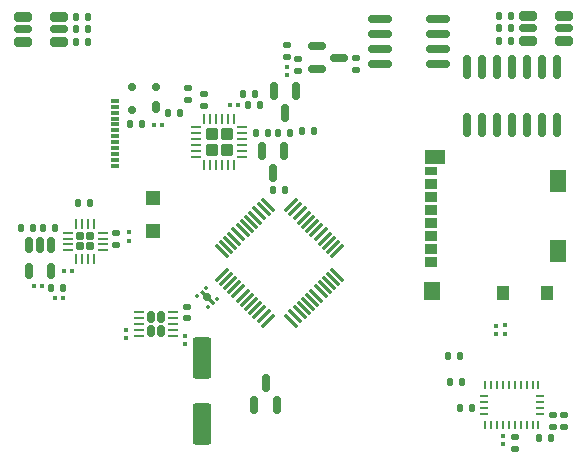
<source format=gbr>
%TF.GenerationSoftware,KiCad,Pcbnew,8.0.4*%
%TF.CreationDate,2024-11-08T09:04:54-08:00*%
%TF.ProjectId,Vanguard_new,56616e67-7561-4726-945f-6e65772e6b69,rev?*%
%TF.SameCoordinates,Original*%
%TF.FileFunction,Paste,Top*%
%TF.FilePolarity,Positive*%
%FSLAX46Y46*%
G04 Gerber Fmt 4.6, Leading zero omitted, Abs format (unit mm)*
G04 Created by KiCad (PCBNEW 8.0.4) date 2024-11-08 09:04:54*
%MOMM*%
%LPD*%
G01*
G04 APERTURE LIST*
G04 Aperture macros list*
%AMRoundRect*
0 Rectangle with rounded corners*
0 $1 Rounding radius*
0 $2 $3 $4 $5 $6 $7 $8 $9 X,Y pos of 4 corners*
0 Add a 4 corners polygon primitive as box body*
4,1,4,$2,$3,$4,$5,$6,$7,$8,$9,$2,$3,0*
0 Add four circle primitives for the rounded corners*
1,1,$1+$1,$2,$3*
1,1,$1+$1,$4,$5*
1,1,$1+$1,$6,$7*
1,1,$1+$1,$8,$9*
0 Add four rect primitives between the rounded corners*
20,1,$1+$1,$2,$3,$4,$5,0*
20,1,$1+$1,$4,$5,$6,$7,0*
20,1,$1+$1,$6,$7,$8,$9,0*
20,1,$1+$1,$8,$9,$2,$3,0*%
%AMFreePoly0*
4,1,13,0.320000,0.125000,0.700000,0.125000,0.700000,-0.125000,0.320000,-0.125000,0.200000,-0.350000,-0.200000,-0.350000,-0.320000,-0.125000,-0.850000,-0.125000,-0.850000,0.125000,-0.320000,0.125000,-0.200000,0.350000,0.200000,0.350000,0.320000,0.125000,0.320000,0.125000,$1*%
G04 Aperture macros list end*
%ADD10RoundRect,0.079500X0.100500X-0.079500X0.100500X0.079500X-0.100500X0.079500X-0.100500X-0.079500X0*%
%ADD11R,0.700000X0.300000*%
%ADD12RoundRect,0.135000X-0.185000X0.135000X-0.185000X-0.135000X0.185000X-0.135000X0.185000X0.135000X0*%
%ADD13RoundRect,0.150000X-0.825000X-0.150000X0.825000X-0.150000X0.825000X0.150000X-0.825000X0.150000X0*%
%ADD14RoundRect,0.135000X0.135000X0.185000X-0.135000X0.185000X-0.135000X-0.185000X0.135000X-0.185000X0*%
%ADD15RoundRect,0.079500X-0.079500X-0.100500X0.079500X-0.100500X0.079500X0.100500X-0.079500X0.100500X0*%
%ADD16RoundRect,0.135000X0.185000X-0.135000X0.185000X0.135000X-0.185000X0.135000X-0.185000X-0.135000X0*%
%ADD17RoundRect,0.135000X-0.135000X-0.185000X0.135000X-0.185000X0.135000X0.185000X-0.135000X0.185000X0*%
%ADD18RoundRect,0.075000X-0.415425X-0.521491X0.521491X0.415425X0.415425X0.521491X-0.521491X-0.415425X0*%
%ADD19RoundRect,0.075000X0.415425X-0.521491X0.521491X-0.415425X-0.415425X0.521491X-0.521491X0.415425X0*%
%ADD20RoundRect,0.175000X0.175000X0.325000X-0.175000X0.325000X-0.175000X-0.325000X0.175000X-0.325000X0*%
%ADD21RoundRect,0.150000X0.200000X0.150000X-0.200000X0.150000X-0.200000X-0.150000X0.200000X-0.150000X0*%
%ADD22RoundRect,0.160000X-0.565000X-0.240000X0.565000X-0.240000X0.565000X0.240000X-0.565000X0.240000X0*%
%ADD23RoundRect,0.120000X-0.605000X-0.180000X0.605000X-0.180000X0.605000X0.180000X-0.605000X0.180000X0*%
%ADD24RoundRect,0.062500X0.123744X-0.035355X-0.035355X0.123744X-0.123744X0.035355X0.035355X-0.123744X0*%
%ADD25FreePoly0,135.000000*%
%ADD26R,0.254000X0.675000*%
%ADD27R,0.675000X0.254000*%
%ADD28RoundRect,0.150000X-0.150000X0.587500X-0.150000X-0.587500X0.150000X-0.587500X0.150000X0.587500X0*%
%ADD29R,1.100000X0.850000*%
%ADD30R,1.100000X0.750000*%
%ADD31R,1.000000X1.200000*%
%ADD32R,1.350000X1.550000*%
%ADD33R,1.350000X1.900000*%
%ADD34R,1.800000X1.170000*%
%ADD35RoundRect,0.079500X-0.100500X0.079500X-0.100500X-0.079500X0.100500X-0.079500X0.100500X0.079500X0*%
%ADD36RoundRect,0.172500X-0.172500X0.172500X-0.172500X-0.172500X0.172500X-0.172500X0.172500X0.172500X0*%
%ADD37RoundRect,0.062500X-0.062500X0.350000X-0.062500X-0.350000X0.062500X-0.350000X0.062500X0.350000X0*%
%ADD38RoundRect,0.062500X-0.350000X0.062500X-0.350000X-0.062500X0.350000X-0.062500X0.350000X0.062500X0*%
%ADD39RoundRect,0.150000X-0.150000X0.512500X-0.150000X-0.512500X0.150000X-0.512500X0.150000X0.512500X0*%
%ADD40RoundRect,0.150000X-0.150000X0.825000X-0.150000X-0.825000X0.150000X-0.825000X0.150000X0.825000X0*%
%ADD41RoundRect,0.147500X-0.172500X0.147500X-0.172500X-0.147500X0.172500X-0.147500X0.172500X0.147500X0*%
%ADD42RoundRect,0.150000X-0.587500X-0.150000X0.587500X-0.150000X0.587500X0.150000X-0.587500X0.150000X0*%
%ADD43R,1.200000X1.200000*%
%ADD44RoundRect,0.150000X0.150000X-0.587500X0.150000X0.587500X-0.150000X0.587500X-0.150000X-0.587500X0*%
%ADD45RoundRect,0.160000X0.565000X0.240000X-0.565000X0.240000X-0.565000X-0.240000X0.565000X-0.240000X0*%
%ADD46RoundRect,0.120000X0.605000X0.180000X-0.605000X0.180000X-0.605000X-0.180000X0.605000X-0.180000X0*%
%ADD47RoundRect,0.167500X0.167500X0.312500X-0.167500X0.312500X-0.167500X-0.312500X0.167500X-0.312500X0*%
%ADD48RoundRect,0.062500X0.362500X0.062500X-0.362500X0.062500X-0.362500X-0.062500X0.362500X-0.062500X0*%
%ADD49RoundRect,0.250000X0.275000X-0.275000X0.275000X0.275000X-0.275000X0.275000X-0.275000X-0.275000X0*%
%ADD50RoundRect,0.062500X0.062500X-0.350000X0.062500X0.350000X-0.062500X0.350000X-0.062500X-0.350000X0*%
%ADD51RoundRect,0.062500X0.350000X-0.062500X0.350000X0.062500X-0.350000X0.062500X-0.350000X-0.062500X0*%
%ADD52RoundRect,0.079500X0.079500X0.100500X-0.079500X0.100500X-0.079500X-0.100500X0.079500X-0.100500X0*%
%ADD53RoundRect,0.250000X-0.550000X1.500000X-0.550000X-1.500000X0.550000X-1.500000X0.550000X1.500000X0*%
G04 APERTURE END LIST*
D10*
%TO.C,D3*%
X166790000Y-99962500D03*
X166790000Y-99272500D03*
%TD*%
D11*
%TO.C,J1*%
X152250000Y-102167500D03*
X152250000Y-102667500D03*
X152250000Y-103167500D03*
X152250000Y-103667500D03*
X152250000Y-104167500D03*
X152250000Y-104667500D03*
X152250000Y-105167500D03*
X152250000Y-105667500D03*
X152250000Y-106167500D03*
X152250000Y-106667500D03*
X152250000Y-107167500D03*
X152250000Y-107667500D03*
%TD*%
D12*
%TO.C,R11*%
X159820000Y-101597500D03*
X159820000Y-102617500D03*
%TD*%
D13*
%TO.C,U3*%
X174670000Y-95280000D03*
X174670000Y-96550000D03*
X174670000Y-97820000D03*
X174670000Y-99090000D03*
X179620000Y-99090000D03*
X179620000Y-97820000D03*
X179620000Y-96550000D03*
X179620000Y-95280000D03*
%TD*%
D14*
%TO.C,R27*%
X149940000Y-95060000D03*
X148920000Y-95060000D03*
%TD*%
D15*
%TO.C,D5*%
X147180000Y-118832500D03*
X147870000Y-118832500D03*
%TD*%
D16*
%TO.C,R13*%
X172660000Y-99527500D03*
X172660000Y-98507500D03*
%TD*%
D17*
%TO.C,R19*%
X188122500Y-130700000D03*
X189142500Y-130700000D03*
%TD*%
D14*
%TO.C,R16*%
X145285000Y-112952500D03*
X144265000Y-112952500D03*
%TD*%
%TO.C,R5*%
X165160000Y-104917500D03*
X164140000Y-104917500D03*
%TD*%
D18*
%TO.C,U2*%
X161282124Y-116888788D03*
X161635678Y-117242342D03*
X161989231Y-117595895D03*
X162342785Y-117949449D03*
X162696338Y-118303002D03*
X163049891Y-118656555D03*
X163403445Y-119010109D03*
X163756998Y-119363662D03*
X164110551Y-119717215D03*
X164464105Y-120070769D03*
X164817658Y-120424322D03*
X165171212Y-120777876D03*
D19*
X167168788Y-120777876D03*
X167522342Y-120424322D03*
X167875895Y-120070769D03*
X168229449Y-119717215D03*
X168583002Y-119363662D03*
X168936555Y-119010109D03*
X169290109Y-118656555D03*
X169643662Y-118303002D03*
X169997215Y-117949449D03*
X170350769Y-117595895D03*
X170704322Y-117242342D03*
X171057876Y-116888788D03*
D18*
X171057876Y-114891212D03*
X170704322Y-114537658D03*
X170350769Y-114184105D03*
X169997215Y-113830551D03*
X169643662Y-113476998D03*
X169290109Y-113123445D03*
X168936555Y-112769891D03*
X168583002Y-112416338D03*
X168229449Y-112062785D03*
X167875895Y-111709231D03*
X167522342Y-111355678D03*
X167168788Y-111002124D03*
D19*
X165171212Y-111002124D03*
X164817658Y-111355678D03*
X164464105Y-111709231D03*
X164110551Y-112062785D03*
X163756998Y-112416338D03*
X163403445Y-112769891D03*
X163049891Y-113123445D03*
X162696338Y-113476998D03*
X162342785Y-113830551D03*
X161989231Y-114184105D03*
X161635678Y-114537658D03*
X161282124Y-114891212D03*
%TD*%
D15*
%TO.C,D2*%
X162002500Y-102557500D03*
X162692500Y-102557500D03*
%TD*%
D17*
%TO.C,R21*%
X180610000Y-125950000D03*
X181630000Y-125950000D03*
%TD*%
%TO.C,R22*%
X180470000Y-123770000D03*
X181490000Y-123770000D03*
%TD*%
D14*
%TO.C,R15*%
X147175000Y-112952500D03*
X146155000Y-112952500D03*
%TD*%
D20*
%TO.C,D1*%
X155720000Y-102727500D03*
D21*
X155720000Y-101027500D03*
X153720000Y-101027500D03*
X153720000Y-102927500D03*
%TD*%
D22*
%TO.C,PORTSIDE_RGB1*%
X187230000Y-94980000D03*
D23*
X187230000Y-96030000D03*
D22*
X187230000Y-97080000D03*
X190280000Y-97080000D03*
D23*
X190280000Y-96030000D03*
D22*
X190280000Y-94980000D03*
%TD*%
D14*
%TO.C,R29*%
X185775000Y-96030000D03*
X184755000Y-96030000D03*
%TD*%
%TO.C,R9*%
X164077500Y-101617500D03*
X163057500Y-101617500D03*
%TD*%
D24*
%TO.C,U5*%
X160153744Y-119650850D03*
D25*
X160030000Y-118820000D03*
D24*
X160860850Y-118943744D03*
X159906256Y-117989150D03*
X159199150Y-118696256D03*
%TD*%
D17*
%TO.C,R17*%
X146835000Y-117992500D03*
X147855000Y-117992500D03*
%TD*%
D26*
%TO.C,U6*%
X183592500Y-126267500D03*
D27*
X183455000Y-127180000D03*
X183455000Y-127680000D03*
X183455000Y-128180000D03*
X183455000Y-128680000D03*
D26*
X183592500Y-129592500D03*
X184092500Y-129592500D03*
X184592500Y-129592500D03*
X185092500Y-129592500D03*
X185592500Y-129592500D03*
X186092500Y-129592500D03*
X186592500Y-129592500D03*
X187092500Y-129592500D03*
X187592500Y-129592500D03*
X188092500Y-129592500D03*
D27*
X188230000Y-128680000D03*
X188230000Y-128180000D03*
X188230000Y-127680000D03*
X188230000Y-127180000D03*
D26*
X188092500Y-126267500D03*
X187592500Y-126267500D03*
X187092500Y-126267500D03*
X186592500Y-126267500D03*
X186092500Y-126267500D03*
X185592500Y-126267500D03*
X185092500Y-126267500D03*
X184592500Y-126267500D03*
X184092500Y-126267500D03*
%TD*%
D12*
%TO.C,R3*%
X166790000Y-97442500D03*
X166790000Y-98462500D03*
%TD*%
D10*
%TO.C,C3*%
X184522500Y-121882500D03*
X184522500Y-121192500D03*
%TD*%
D28*
%TO.C,Q3*%
X167582500Y-101350000D03*
X165682500Y-101350000D03*
X166632500Y-103225000D03*
%TD*%
D29*
%TO.C,J3*%
X178960000Y-115775000D03*
X178960000Y-114675000D03*
X178960000Y-113575000D03*
X178960000Y-112475000D03*
X178960000Y-111375000D03*
X178960000Y-110275000D03*
X178960000Y-109175000D03*
D30*
X178960000Y-108125000D03*
D31*
X185110000Y-118410000D03*
X188810000Y-118410000D03*
D32*
X179085000Y-118235000D03*
D33*
X189785000Y-114910000D03*
X189785000Y-108940000D03*
D34*
X179310000Y-106915000D03*
%TD*%
D35*
%TO.C,C9*%
X158207500Y-122040000D03*
X158207500Y-122730000D03*
%TD*%
D36*
%TO.C,U9*%
X150155000Y-113652500D03*
X149305000Y-113652500D03*
X150155000Y-114502500D03*
X149305000Y-114502500D03*
D37*
X150480000Y-112615000D03*
X149980000Y-112615000D03*
X149480000Y-112615000D03*
X148980000Y-112615000D03*
D38*
X148267500Y-113327500D03*
X148267500Y-113827500D03*
X148267500Y-114327500D03*
X148267500Y-114827500D03*
D37*
X148980000Y-115540000D03*
X149480000Y-115540000D03*
X149980000Y-115540000D03*
X150480000Y-115540000D03*
D38*
X151192500Y-114827500D03*
X151192500Y-114327500D03*
X151192500Y-113827500D03*
X151192500Y-113327500D03*
%TD*%
D12*
%TO.C,R14*%
X152335000Y-113342500D03*
X152335000Y-114362500D03*
%TD*%
D17*
%TO.C,R31*%
X153540000Y-104147500D03*
X154560000Y-104147500D03*
%TD*%
D14*
%TO.C,R26*%
X149940000Y-96120000D03*
X148920000Y-96120000D03*
%TD*%
D10*
%TO.C,C2*%
X185222500Y-121877500D03*
X185222500Y-121187500D03*
%TD*%
D14*
%TO.C,R6*%
X167040000Y-104907500D03*
X166020000Y-104907500D03*
%TD*%
D39*
%TO.C,U4*%
X146835000Y-114335000D03*
X145885000Y-114335000D03*
X144935000Y-114335000D03*
X144935000Y-116610000D03*
X146835000Y-116610000D03*
%TD*%
D14*
%TO.C,R30*%
X185785000Y-97080000D03*
X184765000Y-97080000D03*
%TD*%
D12*
%TO.C,R20*%
X189292500Y-128790000D03*
X189292500Y-129810000D03*
%TD*%
D17*
%TO.C,R24*%
X181412500Y-128190000D03*
X182432500Y-128190000D03*
%TD*%
D35*
%TO.C,C8*%
X153197500Y-121550000D03*
X153197500Y-122240000D03*
%TD*%
D40*
%TO.C,U7*%
X189655000Y-99292500D03*
X188385000Y-99292500D03*
X187115000Y-99292500D03*
X185845000Y-99292500D03*
X184575000Y-99292500D03*
X183305000Y-99292500D03*
X182035000Y-99292500D03*
X182035000Y-104242500D03*
X183305000Y-104242500D03*
X184575000Y-104242500D03*
X185845000Y-104242500D03*
X187115000Y-104242500D03*
X188385000Y-104242500D03*
X189655000Y-104242500D03*
%TD*%
D41*
%TO.C,L1*%
X158350000Y-119625000D03*
X158350000Y-120595000D03*
%TD*%
D42*
%TO.C,Q2*%
X169312500Y-97555000D03*
X169312500Y-99455000D03*
X171187500Y-98505000D03*
%TD*%
D14*
%TO.C,R4*%
X164500000Y-102557500D03*
X163480000Y-102557500D03*
%TD*%
%TO.C,R12*%
X169110000Y-104707500D03*
X168090000Y-104707500D03*
%TD*%
D12*
%TO.C,R10*%
X167770000Y-98617500D03*
X167770000Y-99637500D03*
%TD*%
D14*
%TO.C,R7*%
X166670000Y-109737500D03*
X165650000Y-109737500D03*
%TD*%
D43*
%TO.C,D6*%
X155460000Y-113220000D03*
X155460000Y-110420000D03*
%TD*%
D28*
%TO.C,Q1*%
X166580000Y-106377500D03*
X164680000Y-106377500D03*
X165630000Y-108252500D03*
%TD*%
D44*
%TO.C,Q4*%
X164050000Y-127937500D03*
X165950000Y-127937500D03*
X165000000Y-126062500D03*
%TD*%
D17*
%TO.C,R1*%
X156760000Y-103177500D03*
X157780000Y-103177500D03*
%TD*%
%TO.C,R32*%
X149110000Y-110837500D03*
X150130000Y-110837500D03*
%TD*%
D16*
%TO.C,R23*%
X190232500Y-129810000D03*
X190232500Y-128790000D03*
%TD*%
D45*
%TO.C,STARBOARD_RGB1*%
X147465000Y-97160000D03*
D46*
X147465000Y-96110000D03*
D45*
X147465000Y-95060000D03*
X144415000Y-95060000D03*
D46*
X144415000Y-96110000D03*
D45*
X144415000Y-97160000D03*
%TD*%
D14*
%TO.C,R25*%
X149930000Y-97160000D03*
X148910000Y-97160000D03*
%TD*%
D47*
%TO.C,U8*%
X156097500Y-121685000D03*
X156097500Y-120495000D03*
X155277500Y-121685000D03*
X155277500Y-120495000D03*
D48*
X157137500Y-122090000D03*
X157137500Y-121590000D03*
X157137500Y-121090000D03*
X157137500Y-120590000D03*
X157137500Y-120090000D03*
X154237500Y-120090000D03*
X154237500Y-120590000D03*
X154237500Y-121090000D03*
X154237500Y-121590000D03*
X154237500Y-122090000D03*
%TD*%
D49*
%TO.C,U1*%
X160420000Y-106297500D03*
X161720000Y-106297500D03*
X160420000Y-104997500D03*
X161720000Y-104997500D03*
D50*
X159820000Y-107585000D03*
X160320000Y-107585000D03*
X160820000Y-107585000D03*
X161320000Y-107585000D03*
X161820000Y-107585000D03*
X162320000Y-107585000D03*
D51*
X163007500Y-106897500D03*
X163007500Y-106397500D03*
X163007500Y-105897500D03*
X163007500Y-105397500D03*
X163007500Y-104897500D03*
X163007500Y-104397500D03*
D50*
X162320000Y-103710000D03*
X161820000Y-103710000D03*
X161320000Y-103710000D03*
X160820000Y-103710000D03*
X160320000Y-103710000D03*
X159820000Y-103710000D03*
D51*
X159132500Y-104397500D03*
X159132500Y-104897500D03*
X159132500Y-105397500D03*
X159132500Y-105897500D03*
X159132500Y-106397500D03*
X159132500Y-106897500D03*
%TD*%
D12*
%TO.C,R18*%
X186092500Y-130610000D03*
X186092500Y-131630000D03*
%TD*%
D35*
%TO.C,C4*%
X153460000Y-113310000D03*
X153460000Y-114000000D03*
%TD*%
D15*
%TO.C,C1*%
X155520000Y-104220000D03*
X156210000Y-104220000D03*
%TD*%
D52*
%TO.C,C6*%
X146050000Y-117882500D03*
X145360000Y-117882500D03*
%TD*%
D12*
%TO.C,R2*%
X158450000Y-101047500D03*
X158450000Y-102067500D03*
%TD*%
D35*
%TO.C,C7*%
X185092500Y-130565000D03*
X185092500Y-131255000D03*
%TD*%
D14*
%TO.C,R28*%
X185785000Y-94980000D03*
X184765000Y-94980000D03*
%TD*%
D15*
%TO.C,C5*%
X147950000Y-116572500D03*
X148640000Y-116572500D03*
%TD*%
D53*
%TO.C,C10*%
X159627500Y-123935000D03*
X159627500Y-129535000D03*
%TD*%
M02*

</source>
